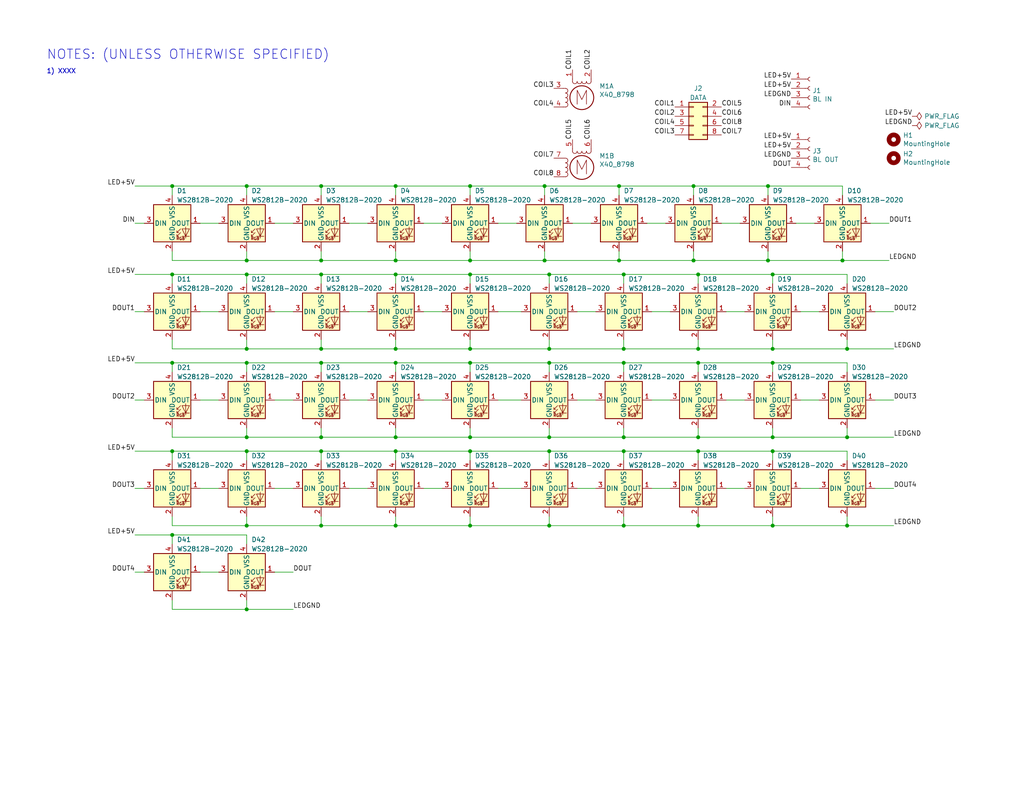
<source format=kicad_sch>
(kicad_sch (version 20211123) (generator eeschema)
  (paper "A")
  (title_block (title "DUAL NEEDLE GAUGE") (date "2021-11-06") (rev "1") (company "www.OpenHornet.com") (comment 1 "CC BY-NC-SA"))
  (lib_symbols
    (symbol "Connector:Conn_01x04_Female" (pin_names (offset 1.016) hide)
      (property "Reference" "J" (at 0 5.08 0))
      (property "Value" "Conn_01x04_Female" (at 0 -7.62 0))
      (symbol "Conn_01x04_Female_1_1"
        (arc (start 0 -4.572) (mid -0.508 -5.08) (end 0 -5.588) (stroke (width 0.1524)))
        (arc (start 0 -2.032) (mid -0.508 -2.54) (end 0 -3.048) (stroke (width 0.1524)))
        (polyline (pts (xy -1.27 -5.08) (xy -0.508 -5.08)) (stroke (width 0.1524)))
        (polyline (pts (xy -1.27 -2.54) (xy -0.508 -2.54)) (stroke (width 0.1524)))
        (polyline (pts (xy -1.27 0) (xy -0.508 0)) (stroke (width 0.1524)))
        (polyline (pts (xy -1.27 2.54) (xy -0.508 2.54)) (stroke (width 0.1524)))
        (arc (start 0 0.508) (mid -0.508 0) (end 0 -0.508) (stroke (width 0.1524)))
        (arc (start 0 3.048) (mid -0.508 2.54) (end 0 2.032) (stroke (width 0.1524)))
        (pin passive line (at -5.08 2.54 0) (length 3.81) (name "Pin_1") (number "1"))
        (pin passive line (at -5.08 0 0) (length 3.81) (name "Pin_2") (number "2"))
        (pin passive line (at -5.08 -2.54 0) (length 3.81) (name "Pin_3") (number "3"))
        (pin passive line (at -5.08 -5.08 0) (length 3.81) (name "Pin_4") (number "4"))
      )
    )
    (symbol "Connector_Generic:Conn_02x04_Odd_Even" (pin_names (offset 1.016) hide)
      (property "Reference" "J" (at 1.27 5.08 0))
      (property "Value" "Conn_02x04_Odd_Even" (at 1.27 -7.62 0))
      (symbol "Conn_02x04_Odd_Even_1_1"
        (rectangle (start -1.27 -4.953) (end 0 -5.207) (stroke (width 0.1524)))
        (rectangle (start -1.27 -2.413) (end 0 -2.667) (stroke (width 0.1524)))
        (rectangle (start -1.27 0.127) (end 0 -0.127) (stroke (width 0.1524)))
        (rectangle (start -1.27 2.667) (end 0 2.413) (stroke (width 0.1524)))
        (rectangle (start -1.27 3.81) (end 3.81 -6.35) (stroke (width 0.254)) (fill (type background)))
        (rectangle (start 3.81 -4.953) (end 2.54 -5.207) (stroke (width 0.1524)))
        (rectangle (start 3.81 -2.413) (end 2.54 -2.667) (stroke (width 0.1524)))
        (rectangle (start 3.81 0.127) (end 2.54 -0.127) (stroke (width 0.1524)))
        (rectangle (start 3.81 2.667) (end 2.54 2.413) (stroke (width 0.1524)))
        (pin passive line (at -5.08 2.54 0) (length 3.81) (name "Pin_1") (number "1"))
        (pin passive line (at 7.62 2.54 180) (length 3.81) (name "Pin_2") (number "2"))
        (pin passive line (at -5.08 0 0) (length 3.81) (name "Pin_3") (number "3"))
        (pin passive line (at 7.62 0 180) (length 3.81) (name "Pin_4") (number "4"))
        (pin passive line (at -5.08 -2.54 0) (length 3.81) (name "Pin_5") (number "5"))
        (pin passive line (at 7.62 -2.54 180) (length 3.81) (name "Pin_6") (number "6"))
        (pin passive line (at -5.08 -5.08 0) (length 3.81) (name "Pin_7") (number "7"))
        (pin passive line (at 7.62 -5.08 180) (length 3.81) (name "Pin_8") (number "8"))
      )
    )
    (symbol "KiCadCustomLib:WS2812B-2020" (pin_names (offset 0.254))
      (property "Reference" "D" (at 5.08 5.715 0))
      (property "Value" "WS2812B-2020" (at 1.27 -5.715 0))
      (symbol "WS2812B-2020_0_0"
        (text "RGB" (at 2.286 -4.191 0) (effects (font (size 0.762 0.762))))
      )
      (symbol "WS2812B-2020_0_1"
        (polyline (pts (xy 1.27 -3.556) (xy 1.778 -3.556)))
        (polyline (pts (xy 1.27 -2.54) (xy 1.778 -2.54)))
        (polyline (pts (xy 4.699 -3.556) (xy 2.667 -3.556)))
        (polyline (pts (xy 2.286 -2.54) (xy 1.27 -3.556) (xy 1.27 -3.048)))
        (polyline (pts (xy 2.286 -1.524) (xy 1.27 -2.54) (xy 1.27 -2.032)))
        (polyline (pts (xy 3.683 -1.016) (xy 3.683 -3.556) (xy 3.683 -4.064)))
        (polyline (pts (xy 4.699 -1.524) (xy 2.667 -1.524) (xy 3.683 -3.556) (xy 4.699 -1.524)))
        (rectangle (start 5.08 5.08) (end -5.08 -5.08) (stroke (width 0.254)) (fill (type background)))
      )
      (symbol "WS2812B-2020_1_1"
        (pin output line (at 7.62 0 180) (length 2.54) (name "DOUT") (number "1"))
        (pin power_in line (at 0 -7.62 90) (length 2.54) (name "GND") (number "2"))
        (pin input line (at -7.62 0 0) (length 2.54) (name "DIN") (number "3"))
        (pin power_in line (at 0 7.62 270) (length 2.54) (name "VSS") (number "4"))
      )
    )
    (symbol "KiCadCustomLib:X40_8798" (pin_names (offset 0) hide)
      (property "Reference" "M" (at 3.81 2.54 0))
      (property "Value" "X40_8798" (at 3.81 1.27 0))
      (symbol "X40_8798_0_0"
        (polyline (pts (xy -1.27 -1.778) (xy -1.27 2.032) (xy 0 -0.508) (xy 1.27 2.032) (xy 1.27 -1.778)))
      )
      (symbol "X40_8798_0_1"
        (arc (start -4.445 -2.54) (mid -3.81 -1.905) (end -4.445 -1.27))
        (arc (start -4.445 -1.27) (mid -3.81 -0.635) (end -4.445 0))
        (arc (start -4.445 0) (mid -3.81 0.635) (end -4.445 1.27))
        (arc (start -4.445 1.27) (mid -3.81 1.905) (end -4.445 2.54))
        (arc (start -2.54 4.445) (mid -1.905 3.81) (end -1.27 4.445))
        (arc (start -1.27 4.445) (mid -0.635 3.81) (end 0 4.445))
        (polyline (pts (xy -5.08 -2.54) (xy -4.445 -2.54)))
        (polyline (pts (xy -5.08 2.54) (xy -4.445 2.54)))
        (polyline (pts (xy -2.54 5.08) (xy -2.54 4.445)))
        (polyline (pts (xy 2.54 5.08) (xy 2.54 4.445)))
        (circle (center 0 0) (radius 3.2512) (stroke (width 0.254)))
        (arc (start 0 4.445) (mid 0.635 3.81) (end 1.27 4.445))
        (arc (start 1.27 4.445) (mid 1.905 3.81) (end 2.54 4.445))
      )
      (symbol "X40_8798_1_1"
        (pin passive line (at -2.54 7.62 270) (length 2.54) (name "~") (number "1"))
        (pin passive line (at 2.54 7.62 270) (length 2.54) (name "-") (number "2"))
        (pin passive line (at -7.62 2.54 0) (length 2.54) (name "~") (number "3"))
        (pin passive line (at -7.62 -2.54 0) (length 2.54) (name "~") (number "4"))
      )
      (symbol "X40_8798_2_1"
        (pin passive line (at -2.54 7.62 270) (length 2.54) (name "~") (number "5"))
        (pin passive line (at 2.54 7.62 270) (length 2.54) (name "-") (number "6"))
        (pin passive line (at -7.62 2.54 0) (length 2.54) (name "~") (number "7"))
        (pin passive line (at -7.62 -2.54 0) (length 2.54) (name "~") (number "8"))
      )
    )
    (symbol "Mechanical:MountingHole" (pin_names (offset 1.016))
      (property "Reference" "H" (at 0 5.08 0))
      (property "Value" "MountingHole" (at 0 3.175 0))
      (symbol "MountingHole_0_1"
        (circle (center 0 0) (radius 1.27) (stroke (width 1.27)))
      )
    )
    (symbol "power:PWR_FLAG" (power) (pin_numbers hide) (pin_names (offset 0) hide)
      (property "Value" "PWR_FLAG" (at 0 3.81 0))
      (symbol "PWR_FLAG_0_0"
        (pin power_out line (at 0 0 90) (length 0) (name "pwr") (number "1"))
      )
      (symbol "PWR_FLAG_0_1"
        (polyline (pts (xy 0 0) (xy 0 1.27) (xy -1.016 1.905) (xy 0 2.54) (xy 1.016 1.905) (xy 0 1.27)))
      )
    )
  )
  (junction (at 128.27 123.19))
  (junction (at 170.18 143.51))
  (junction (at 149.86 95.25))
  (junction (at 87.63 119.38))
  (junction (at 229.87 71.12))
  (junction (at 107.95 99.06))
  (junction (at 46.99 146.05))
  (junction (at 128.27 71.12))
  (junction (at 149.86 74.93))
  (junction (at 87.63 143.51))
  (junction (at 87.63 50.8))
  (junction (at 87.63 95.25))
  (junction (at 209.55 50.8))
  (junction (at 148.59 71.12))
  (junction (at 107.95 143.51))
  (junction (at 148.59 50.8))
  (junction (at 231.14 143.51))
  (junction (at 190.5 143.51))
  (junction (at 107.95 50.8))
  (junction (at 149.86 99.06))
  (junction (at 149.86 143.51))
  (junction (at 149.86 123.19))
  (junction (at 67.31 99.06))
  (junction (at 87.63 123.19))
  (junction (at 190.5 123.19))
  (junction (at 189.23 50.8))
  (junction (at 190.5 99.06))
  (junction (at 170.18 119.38))
  (junction (at 128.27 143.51))
  (junction (at 67.31 119.38))
  (junction (at 67.31 166.37))
  (junction (at 210.82 123.19))
  (junction (at 190.5 119.38))
  (junction (at 190.5 74.93))
  (junction (at 46.99 123.19))
  (junction (at 231.14 119.38))
  (junction (at 168.91 71.12))
  (junction (at 46.99 99.06))
  (junction (at 128.27 74.93))
  (junction (at 67.31 123.19))
  (junction (at 67.31 50.8))
  (junction (at 46.99 74.93))
  (junction (at 170.18 123.19))
  (junction (at 107.95 123.19))
  (junction (at 190.5 95.25))
  (junction (at 170.18 74.93))
  (junction (at 210.82 74.93))
  (junction (at 87.63 99.06))
  (junction (at 170.18 99.06))
  (junction (at 67.31 95.25))
  (junction (at 210.82 95.25))
  (junction (at 67.31 143.51))
  (junction (at 210.82 119.38))
  (junction (at 149.86 119.38))
  (junction (at 107.95 119.38))
  (junction (at 189.23 71.12))
  (junction (at 210.82 99.06))
  (junction (at 209.55 71.12))
  (junction (at 128.27 95.25))
  (junction (at 87.63 74.93))
  (junction (at 170.18 95.25))
  (junction (at 87.63 71.12))
  (junction (at 128.27 99.06))
  (junction (at 107.95 71.12))
  (junction (at 128.27 50.8))
  (junction (at 168.91 50.8))
  (junction (at 231.14 95.25))
  (junction (at 67.31 71.12))
  (junction (at 107.95 95.25))
  (junction (at 128.27 119.38))
  (junction (at 210.82 143.51))
  (junction (at 46.99 50.8))
  (junction (at 67.31 74.93))
  (junction (at 107.95 74.93))
  (wire (pts (xy 231.14 116.84) (xy 231.14 119.38)))
  (wire (pts (xy 231.14 101.6) (xy 231.14 99.06)))
  (wire (pts (xy 168.91 71.12) (xy 189.23 71.12)))
  (wire (pts (xy 46.99 146.05) (xy 36.83 146.05)))
  (wire (pts (xy 231.14 95.25) (xy 243.84 95.25)))
  (wire (pts (xy 229.87 68.58) (xy 229.87 71.12)))
  (wire (pts (xy 170.18 116.84) (xy 170.18 119.38)))
  (wire (pts (xy 190.5 95.25) (xy 210.82 95.25)))
  (wire (pts (xy 209.55 50.8) (xy 229.87 50.8)))
  (wire (pts (xy 46.99 140.97) (xy 46.99 143.51)))
  (wire (pts (xy 128.27 68.58) (xy 128.27 71.12)))
  (wire (pts (xy 39.37 109.22) (xy 36.83 109.22)))
  (wire (pts (xy 95.25 60.96) (xy 100.33 60.96)))
  (wire (pts (xy 149.86 95.25) (xy 170.18 95.25)))
  (wire (pts (xy 107.95 140.97) (xy 107.95 143.51)))
  (wire (pts (xy 46.99 71.12) (xy 67.31 71.12)))
  (wire (pts (xy 190.5 74.93) (xy 210.82 74.93)))
  (wire (pts (xy 107.95 119.38) (xy 128.27 119.38)))
  (wire (pts (xy 177.8 109.22) (xy 182.88 109.22)))
  (wire (pts (xy 128.27 71.12) (xy 148.59 71.12)))
  (wire (pts (xy 67.31 140.97) (xy 67.31 143.51)))
  (wire (pts (xy 74.93 109.22) (xy 80.01 109.22)))
  (wire (pts (xy 46.99 101.6) (xy 46.99 99.06)))
  (wire (pts (xy 168.91 53.34) (xy 168.91 50.8)))
  (wire (pts (xy 115.57 109.22) (xy 120.65 109.22)))
  (wire (pts (xy 46.99 74.93) (xy 36.83 74.93)))
  (wire (pts (xy 231.14 119.38) (xy 243.84 119.38)))
  (wire (pts (xy 87.63 71.12) (xy 107.95 71.12)))
  (wire (pts (xy 115.57 85.09) (xy 120.65 85.09)))
  (wire (pts (xy 210.82 119.38) (xy 231.14 119.38)))
  (wire (pts (xy 190.5 143.51) (xy 210.82 143.51)))
  (wire (pts (xy 67.31 125.73) (xy 67.31 123.19)))
  (wire (pts (xy 149.86 92.71) (xy 149.86 95.25)))
  (wire (pts (xy 74.93 156.21) (xy 80.01 156.21)))
  (wire (pts (xy 229.87 53.34) (xy 229.87 50.8)))
  (wire (pts (xy 67.31 148.59) (xy 67.31 146.05)))
  (wire (pts (xy 67.31 95.25) (xy 87.63 95.25)))
  (wire (pts (xy 67.31 53.34) (xy 67.31 50.8)))
  (wire (pts (xy 198.12 133.35) (xy 203.2 133.35)))
  (wire (pts (xy 95.25 109.22) (xy 100.33 109.22)))
  (wire (pts (xy 39.37 133.35) (xy 36.83 133.35)))
  (wire (pts (xy 54.61 60.96) (xy 59.69 60.96)))
  (wire (pts (xy 142.24 133.35) (xy 135.89 133.35)))
  (wire (pts (xy 46.99 119.38) (xy 67.31 119.38)))
  (wire (pts (xy 231.14 125.73) (xy 231.14 123.19)))
  (wire (pts (xy 190.5 119.38) (xy 210.82 119.38)))
  (wire (pts (xy 46.99 74.93) (xy 67.31 74.93)))
  (wire (pts (xy 80.01 166.37) (xy 67.31 166.37)))
  (wire (pts (xy 190.5 77.47) (xy 190.5 74.93)))
  (wire (pts (xy 149.86 125.73) (xy 149.86 123.19)))
  (wire (pts (xy 149.86 143.51) (xy 170.18 143.51)))
  (wire (pts (xy 67.31 163.83) (xy 67.31 166.37)))
  (wire (pts (xy 54.61 85.09) (xy 59.69 85.09)))
  (wire (pts (xy 190.5 116.84) (xy 190.5 119.38)))
  (wire (pts (xy 95.25 133.35) (xy 100.33 133.35)))
  (wire (pts (xy 107.95 95.25) (xy 128.27 95.25)))
  (wire (pts (xy 87.63 95.25) (xy 107.95 95.25)))
  (wire (pts (xy 46.99 50.8) (xy 67.31 50.8)))
  (wire (pts (xy 231.14 92.71) (xy 231.14 95.25)))
  (wire (pts (xy 107.95 116.84) (xy 107.95 119.38)))
  (wire (pts (xy 237.49 60.96) (xy 242.57 60.96)))
  (wire (pts (xy 39.37 85.09) (xy 36.83 85.09)))
  (wire (pts (xy 67.31 99.06) (xy 87.63 99.06)))
  (wire (pts (xy 190.5 101.6) (xy 190.5 99.06)))
  (wire (pts (xy 46.99 146.05) (xy 67.31 146.05)))
  (wire (pts (xy 87.63 77.47) (xy 87.63 74.93)))
  (wire (pts (xy 156.21 60.96) (xy 161.29 60.96)))
  (wire (pts (xy 210.82 125.73) (xy 210.82 123.19)))
  (wire (pts (xy 107.95 125.73) (xy 107.95 123.19)))
  (wire (pts (xy 210.82 77.47) (xy 210.82 74.93)))
  (wire (pts (xy 128.27 143.51) (xy 149.86 143.51)))
  (wire (pts (xy 210.82 143.51) (xy 231.14 143.51)))
  (wire (pts (xy 210.82 95.25) (xy 231.14 95.25)))
  (wire (pts (xy 46.99 99.06) (xy 67.31 99.06)))
  (wire (pts (xy 198.12 109.22) (xy 203.2 109.22)))
  (wire (pts (xy 189.23 71.12) (xy 209.55 71.12)))
  (wire (pts (xy 149.86 119.38) (xy 170.18 119.38)))
  (wire (pts (xy 170.18 123.19) (xy 190.5 123.19)))
  (wire (pts (xy 87.63 140.97) (xy 87.63 143.51)))
  (wire (pts (xy 46.99 125.73) (xy 46.99 123.19)))
  (wire (pts (xy 176.53 60.96) (xy 181.61 60.96)))
  (wire (pts (xy 231.14 77.47) (xy 231.14 74.93)))
  (wire (pts (xy 128.27 119.38) (xy 149.86 119.38)))
  (wire (pts (xy 67.31 68.58) (xy 67.31 71.12)))
  (wire (pts (xy 67.31 143.51) (xy 87.63 143.51)))
  (wire (pts (xy 149.86 74.93) (xy 170.18 74.93)))
  (wire (pts (xy 190.5 140.97) (xy 190.5 143.51)))
  (wire (pts (xy 67.31 74.93) (xy 87.63 74.93)))
  (wire (pts (xy 189.23 53.34) (xy 189.23 50.8)))
  (wire (pts (xy 87.63 143.51) (xy 107.95 143.51)))
  (wire (pts (xy 115.57 133.35) (xy 120.65 133.35)))
  (wire (pts (xy 67.31 77.47) (xy 67.31 74.93)))
  (wire (pts (xy 148.59 68.58) (xy 148.59 71.12)))
  (wire (pts (xy 46.99 163.83) (xy 46.99 166.37)))
  (wire (pts (xy 209.55 71.12) (xy 229.87 71.12)))
  (wire (pts (xy 107.95 101.6) (xy 107.95 99.06)))
  (wire (pts (xy 210.82 74.93) (xy 231.14 74.93)))
  (wire (pts (xy 168.91 50.8) (xy 189.23 50.8)))
  (wire (pts (xy 210.82 123.19) (xy 231.14 123.19)))
  (wire (pts (xy 107.95 50.8) (xy 128.27 50.8)))
  (wire (pts (xy 87.63 68.58) (xy 87.63 71.12)))
  (wire (pts (xy 210.82 92.71) (xy 210.82 95.25)))
  (wire (pts (xy 115.57 60.96) (xy 120.65 60.96)))
  (wire (pts (xy 170.18 92.71) (xy 170.18 95.25)))
  (wire (pts (xy 177.8 133.35) (xy 182.88 133.35)))
  (wire (pts (xy 128.27 74.93) (xy 149.86 74.93)))
  (wire (pts (xy 128.27 92.71) (xy 128.27 95.25)))
  (wire (pts (xy 46.99 99.06) (xy 36.83 99.06)))
  (wire (pts (xy 74.93 60.96) (xy 80.01 60.96)))
  (wire (pts (xy 231.14 140.97) (xy 231.14 143.51)))
  (wire (pts (xy 170.18 140.97) (xy 170.18 143.51)))
  (wire (pts (xy 128.27 101.6) (xy 128.27 99.06)))
  (wire (pts (xy 217.17 60.96) (xy 222.25 60.96)))
  (wire (pts (xy 196.85 60.96) (xy 201.93 60.96)))
  (wire (pts (xy 128.27 140.97) (xy 128.27 143.51)))
  (wire (pts (xy 46.99 123.19) (xy 36.83 123.19)))
  (wire (pts (xy 210.82 101.6) (xy 210.82 99.06)))
  (wire (pts (xy 149.86 99.06) (xy 170.18 99.06)))
  (wire (pts (xy 107.95 123.19) (xy 128.27 123.19)))
  (wire (pts (xy 67.31 123.19) (xy 87.63 123.19)))
  (wire (pts (xy 107.95 77.47) (xy 107.95 74.93)))
  (wire (pts (xy 238.76 133.35) (xy 243.84 133.35)))
  (wire (pts (xy 190.5 125.73) (xy 190.5 123.19)))
  (wire (pts (xy 107.95 71.12) (xy 128.27 71.12)))
  (wire (pts (xy 46.99 50.8) (xy 36.83 50.8)))
  (wire (pts (xy 128.27 123.19) (xy 149.86 123.19)))
  (wire (pts (xy 148.59 50.8) (xy 168.91 50.8)))
  (wire (pts (xy 149.86 101.6) (xy 149.86 99.06)))
  (wire (pts (xy 170.18 119.38) (xy 190.5 119.38)))
  (wire (pts (xy 107.95 143.51) (xy 128.27 143.51)))
  (wire (pts (xy 46.99 123.19) (xy 67.31 123.19)))
  (wire (pts (xy 149.86 77.47) (xy 149.86 74.93)))
  (wire (pts (xy 157.48 109.22) (xy 162.56 109.22)))
  (wire (pts (xy 87.63 99.06) (xy 107.95 99.06)))
  (wire (pts (xy 170.18 77.47) (xy 170.18 74.93)))
  (wire (pts (xy 87.63 123.19) (xy 107.95 123.19)))
  (wire (pts (xy 170.18 95.25) (xy 190.5 95.25)))
  (wire (pts (xy 67.31 71.12) (xy 87.63 71.12)))
  (wire (pts (xy 54.61 156.21) (xy 59.69 156.21)))
  (wire (pts (xy 168.91 68.58) (xy 168.91 71.12)))
  (wire (pts (xy 238.76 109.22) (xy 243.84 109.22)))
  (wire (pts (xy 46.99 92.71) (xy 46.99 95.25)))
  (wire (pts (xy 209.55 68.58) (xy 209.55 71.12)))
  (wire (pts (xy 46.99 166.37) (xy 67.31 166.37)))
  (wire (pts (xy 177.8 85.09) (xy 182.88 85.09)))
  (wire (pts (xy 190.5 99.06) (xy 210.82 99.06)))
  (wire (pts (xy 128.27 116.84) (xy 128.27 119.38)))
  (wire (pts (xy 107.95 99.06) (xy 128.27 99.06)))
  (wire (pts (xy 149.86 140.97) (xy 149.86 143.51)))
  (wire (pts (xy 95.25 85.09) (xy 100.33 85.09)))
  (wire (pts (xy 210.82 116.84) (xy 210.82 119.38)))
  (wire (pts (xy 128.27 125.73) (xy 128.27 123.19)))
  (wire (pts (xy 189.23 68.58) (xy 189.23 71.12)))
  (wire (pts (xy 67.31 116.84) (xy 67.31 119.38)))
  (wire (pts (xy 128.27 99.06) (xy 149.86 99.06)))
  (wire (pts (xy 54.61 109.22) (xy 59.69 109.22)))
  (wire (pts (xy 190.5 123.19) (xy 210.82 123.19)))
  (wire (pts (xy 198.12 85.09) (xy 203.2 85.09)))
  (wire (pts (xy 218.44 109.22) (xy 223.52 109.22)))
  (wire (pts (xy 87.63 125.73) (xy 87.63 123.19)))
  (wire (pts (xy 238.76 85.09) (xy 243.84 85.09)))
  (wire (pts (xy 74.93 133.35) (xy 80.01 133.35)))
  (wire (pts (xy 87.63 74.93) (xy 107.95 74.93)))
  (wire (pts (xy 210.82 140.97) (xy 210.82 143.51)))
  (wire (pts (xy 231.14 143.51) (xy 243.84 143.51)))
  (wire (pts (xy 87.63 119.38) (xy 107.95 119.38)))
  (wire (pts (xy 148.59 71.12) (xy 168.91 71.12)))
  (wire (pts (xy 39.37 60.96) (xy 36.83 60.96)))
  (wire (pts (xy 67.31 119.38) (xy 87.63 119.38)))
  (wire (pts (xy 87.63 50.8) (xy 107.95 50.8)))
  (wire (pts (xy 170.18 125.73) (xy 170.18 123.19)))
  (wire (pts (xy 149.86 116.84) (xy 149.86 119.38)))
  (wire (pts (xy 67.31 50.8) (xy 87.63 50.8)))
  (wire (pts (xy 87.63 101.6) (xy 87.63 99.06)))
  (wire (pts (xy 67.31 101.6) (xy 67.31 99.06)))
  (wire (pts (xy 87.63 53.34) (xy 87.63 50.8)))
  (wire (pts (xy 46.99 77.47) (xy 46.99 74.93)))
  (wire (pts (xy 74.93 85.09) (xy 80.01 85.09)))
  (wire (pts (xy 189.23 50.8) (xy 209.55 50.8)))
  (wire (pts (xy 170.18 74.93) (xy 190.5 74.93)))
  (wire (pts (xy 218.44 85.09) (xy 223.52 85.09)))
  (wire (pts (xy 87.63 116.84) (xy 87.63 119.38)))
  (wire (pts (xy 229.87 71.12) (xy 242.57 71.12)))
  (wire (pts (xy 87.63 92.71) (xy 87.63 95.25)))
  (wire (pts (xy 107.95 53.34) (xy 107.95 50.8)))
  (wire (pts (xy 170.18 101.6) (xy 170.18 99.06)))
  (wire (pts (xy 170.18 99.06) (xy 190.5 99.06)))
  (wire (pts (xy 142.24 109.22) (xy 135.89 109.22)))
  (wire (pts (xy 46.99 95.25) (xy 67.31 95.25)))
  (wire (pts (xy 209.55 53.34) (xy 209.55 50.8)))
  (wire (pts (xy 128.27 77.47) (xy 128.27 74.93)))
  (wire (pts (xy 128.27 53.34) (xy 128.27 50.8)))
  (wire (pts (xy 46.99 68.58) (xy 46.99 71.12)))
  (wire (pts (xy 54.61 133.35) (xy 59.69 133.35)))
  (wire (pts (xy 107.95 68.58) (xy 107.95 71.12)))
  (wire (pts (xy 46.99 116.84) (xy 46.99 119.38)))
  (wire (pts (xy 135.89 60.96) (xy 140.97 60.96)))
  (wire (pts (xy 128.27 95.25) (xy 149.86 95.25)))
  (wire (pts (xy 128.27 50.8) (xy 148.59 50.8)))
  (wire (pts (xy 157.48 85.09) (xy 162.56 85.09)))
  (wire (pts (xy 39.37 156.21) (xy 36.83 156.21)))
  (wire (pts (xy 218.44 133.35) (xy 223.52 133.35)))
  (wire (pts (xy 148.59 53.34) (xy 148.59 50.8)))
  (wire (pts (xy 135.89 85.09) (xy 142.24 85.09)))
  (wire (pts (xy 107.95 74.93) (xy 128.27 74.93)))
  (wire (pts (xy 46.99 53.34) (xy 46.99 50.8)))
  (wire (pts (xy 46.99 148.59) (xy 46.99 146.05)))
  (wire (pts (xy 67.31 92.71) (xy 67.31 95.25)))
  (wire (pts (xy 149.86 123.19) (xy 170.18 123.19)))
  (wire (pts (xy 210.82 99.06) (xy 231.14 99.06)))
  (wire (pts (xy 170.18 143.51) (xy 190.5 143.51)))
  (wire (pts (xy 107.95 92.71) (xy 107.95 95.25)))
  (wire (pts (xy 46.99 143.51) (xy 67.31 143.51)))
  (wire (pts (xy 190.5 92.71) (xy 190.5 95.25)))
  (wire (pts (xy 157.48 133.35) (xy 162.56 133.35)))
  (text "1) XXXX" (at 12.7 20.32 0) (effects (font (size 1.27 1.27)) (justify left bottom)))
  (text "1) XXXX" (at 12.7 20.32 0) (effects (font (size 1.27 1.27)) (justify left bottom)))
  (text "NOTES: (UNLESS OTHERWISE SPECIFIED)" (at 12.7 16.51 0) (effects (font (size 2.54 2.54)) (justify left bottom)))
  (label "COIL3" (at 151.13 24.13 180))
  (label "LEDGND" (at 243.84 143.51 0))
  (label "DOUT" (at 80.01 156.21 0))
  (label "DOUT" (at 215.9 45.72 180))
  (label "COIL4" (at 184.15 34.29 180))
  (label "COIL3" (at 184.15 36.83 180))
  (label "LED+5V" (at 36.83 50.8 180))
  (label "COIL1" (at 184.15 29.21 180))
  (label "LED+5V" (at 215.9 21.59 180))
  (label "COIL8" (at 151.13 48.26 180))
  (label "LED+5V" (at 36.83 74.93 180))
  (label "LED+5V" (at 248.92 31.75 180))
  (label "DIN" (at 36.83 60.96 180))
  (label "LEDGND" (at 243.84 95.25 0))
  (label "COIL1" (at 156.21 19.05 90))
  (label "DIN" (at 215.9 29.21 180))
  (label "DOUT4" (at 36.83 156.21 180))
  (label "LEDGND" (at 80.01 166.37 0))
  (label "COIL8" (at 196.85 34.29 0))
  (label "DOUT3" (at 243.84 109.22 0))
  (label "COIL6" (at 161.29 38.1 90))
  (label "LEDGND" (at 248.92 34.29 180))
  (label "COIL5" (at 156.21 38.1 90))
  (label "LED+5V" (at 36.83 99.06 180))
  (label "COIL5" (at 196.85 29.21 0))
  (label "COIL2" (at 184.15 31.75 180))
  (label "COIL4" (at 151.13 29.21 180))
  (label "LED+5V" (at 36.83 123.19 180))
  (label "COIL7" (at 151.13 43.18 180))
  (label "COIL6" (at 196.85 31.75 0))
  (label "LEDGND" (at 215.9 43.18 180))
  (label "DOUT3" (at 36.83 133.35 180))
  (label "DOUT1" (at 242.57 60.96 0))
  (label "LED+5V" (at 215.9 24.13 180))
  (label "LED+5V" (at 215.9 38.1 180))
  (label "COIL7" (at 196.85 36.83 0))
  (label "DOUT2" (at 243.84 85.09 0))
  (label "LEDGND" (at 215.9 26.67 180))
  (label "LED+5V" (at 215.9 40.64 180))
  (label "DOUT2" (at 36.83 109.22 180))
  (label "DOUT4" (at 243.84 133.35 0))
  (label "COIL2" (at 161.29 19.05 90))
  (label "LEDGND" (at 243.84 119.38 0))
  (label "DOUT1" (at 36.83 85.09 180))
  (label "LEDGND" (at 242.57 71.12 0))
  (label "LED+5V" (at 36.83 146.05 180))
  (symbol (lib_id "Connector:Conn_01x04_Female") (at 220.98 24.13 0) (unit 1)
    (property "Reference" "J1" (at 221.6912 24.7396 0) (effects (justify left)))
    (property "Value" "BL IN" (at 221.6912 27.051 0) (effects (justify left)))
    (property "Footprint" "Connector_Molex:Molex_Mini-Fit_Jr_5566-04A_2x02_P4.20mm_Vertical" (effects hide))
  )
  (symbol (lib_id "Connector:Conn_01x04_Female") (at 220.98 40.64 0) (unit 1)
    (property "Reference" "J3" (at 221.6912 41.2496 0) (effects (justify left)))
    (property "Value" "BL OUT" (at 221.6912 43.561 0) (effects (justify left)))
    (property "Footprint" "Connector_Molex:Molex_Mini-Fit_Jr_5566-04A_2x02_P4.20mm_Vertical" (effects hide))
  )
  (symbol (lib_id "Connector_Generic:Conn_02x04_Odd_Even") (at 189.23 31.75 0) (unit 1)
    (property "Reference" "J2" (at 190.5 24.13 0))
    (property "Value" "DATA" (at 190.5 26.67 0))
    (property "Footprint" "Connector_PinHeader_2.54mm:PinHeader_2x04_P2.54mm_Vertical" (effects hide))
  )
  (symbol (lib_id "KiCadCustomLib:X40_8798") (at 158.75 26.67 0) (unit 1)
    (property "Reference" "M1" (at 163.5252 23.5204 0) (effects (justify left)))
    (property "Value" "X40_8798" (at 163.5252 25.8318 0) (effects (justify left)))
    (property "Footprint" "KiCAD Libraries:x40_8798" (effects hide))
    (property "Datasheet" "https://www.jukenswisstech.com/JSTFiles/downloads/2011/03/X40_Flyer_v1.1.pdf" (effects hide))
  )
  (symbol (lib_id "KiCadCustomLib:X40_8798") (at 158.75 45.72 0) (unit 2)
    (property "Reference" "M1" (at 163.5252 42.5704 0) (effects (justify left)))
    (property "Value" "X40_8798" (at 163.5252 44.8818 0) (effects (justify left)))
    (property "Footprint" "KiCAD Libraries:x40_8798" (effects hide))
    (property "Datasheet" "https://www.jukenswisstech.com/JSTFiles/downloads/2011/03/X40_Flyer_v1.1.pdf" (effects hide))
  )
  (symbol (lib_id "KiCadCustomLib:WS2812B-2020") (at 46.99 60.96 0) (unit 1)
    (property "Reference" "D1" (at 48.26 52.07 0) (effects (justify left)))
    (property "Value" "WS2812B-2020" (at 48.26 54.61 0) (effects (justify left)))
    (property "Footprint" "Openhornet:WS2812-2020" (effects hide))
    (property "Datasheet" "https://www.mouser.com/pdfDocs/WS2812B-2020_V10_EN_181106150240761.pdf" (effects hide))
    (property "LCSC" "C965555" (effects hide))
  )
  (symbol (lib_id "KiCadCustomLib:WS2812B-2020") (at 67.31 60.96 0) (unit 1)
    (property "Reference" "D2" (at 68.58 52.07 0) (effects (justify left)))
    (property "Value" "WS2812B-2020" (at 68.58 54.61 0) (effects (justify left)))
    (property "Footprint" "Openhornet:WS2812-2020" (effects hide))
    (property "Datasheet" "https://www.mouser.com/pdfDocs/WS2812B-2020_V10_EN_181106150240761.pdf" (effects hide))
    (property "LCSC" "C965555" (effects hide))
  )
  (symbol (lib_id "KiCadCustomLib:WS2812B-2020") (at 87.63 60.96 0) (unit 1)
    (property "Reference" "D3" (at 88.9 52.07 0) (effects (justify left)))
    (property "Value" "WS2812B-2020" (at 88.9 54.61 0) (effects (justify left)))
    (property "Footprint" "Openhornet:WS2812-2020" (effects hide))
    (property "Datasheet" "https://www.mouser.com/pdfDocs/WS2812B-2020_V10_EN_181106150240761.pdf" (effects hide))
    (property "LCSC" "C965555" (effects hide))
  )
  (symbol (lib_id "KiCadCustomLib:WS2812B-2020") (at 107.95 60.96 0) (unit 1)
    (property "Reference" "D4" (at 109.22 52.07 0) (effects (justify left)))
    (property "Value" "WS2812B-2020" (at 109.22 54.61 0) (effects (justify left)))
    (property "Footprint" "Openhornet:WS2812-2020" (effects hide))
    (property "Datasheet" "https://www.mouser.com/pdfDocs/WS2812B-2020_V10_EN_181106150240761.pdf" (effects hide))
    (property "LCSC" "C965555" (effects hide))
  )
  (symbol (lib_id "KiCadCustomLib:WS2812B-2020") (at 128.27 60.96 0) (unit 1)
    (property "Reference" "D5" (at 129.54 52.07 0) (effects (justify left)))
    (property "Value" "WS2812B-2020" (at 129.54 54.61 0) (effects (justify left)))
    (property "Footprint" "Openhornet:WS2812-2020" (effects hide))
    (property "Datasheet" "https://www.mouser.com/pdfDocs/WS2812B-2020_V10_EN_181106150240761.pdf" (effects hide))
    (property "LCSC" "C965555" (effects hide))
  )
  (symbol (lib_id "KiCadCustomLib:WS2812B-2020") (at 46.99 85.09 0) (unit 1)
    (property "Reference" "D11" (at 48.26 76.2 0) (effects (justify left)))
    (property "Value" "WS2812B-2020" (at 48.26 78.74 0) (effects (justify left)))
    (property "Footprint" "Openhornet:WS2812-2020" (effects hide))
    (property "Datasheet" "https://www.mouser.com/pdfDocs/WS2812B-2020_V10_EN_181106150240761.pdf" (effects hide))
    (property "LCSC" "C965555" (effects hide))
  )
  (symbol (lib_id "KiCadCustomLib:WS2812B-2020") (at 67.31 85.09 0) (unit 1)
    (property "Reference" "D12" (at 68.58 76.2 0) (effects (justify left)))
    (property "Value" "WS2812B-2020" (at 68.58 78.74 0) (effects (justify left)))
    (property "Footprint" "Openhornet:WS2812-2020" (effects hide))
    (property "Datasheet" "https://www.mouser.com/pdfDocs/WS2812B-2020_V10_EN_181106150240761.pdf" (effects hide))
    (property "LCSC" "C965555" (effects hide))
  )
  (symbol (lib_id "KiCadCustomLib:WS2812B-2020") (at 87.63 85.09 0) (unit 1)
    (property "Reference" "D13" (at 88.9 76.2 0) (effects (justify left)))
    (property "Value" "WS2812B-2020" (at 88.9 78.74 0) (effects (justify left)))
    (property "Footprint" "Openhornet:WS2812-2020" (effects hide))
    (property "Datasheet" "https://www.mouser.com/pdfDocs/WS2812B-2020_V10_EN_181106150240761.pdf" (effects hide))
    (property "LCSC" "C965555" (effects hide))
  )
  (symbol (lib_id "KiCadCustomLib:WS2812B-2020") (at 107.95 85.09 0) (unit 1)
    (property "Reference" "D14" (at 109.22 76.2 0) (effects (justify left)))
    (property "Value" "WS2812B-2020" (at 109.22 78.74 0) (effects (justify left)))
    (property "Footprint" "Openhornet:WS2812-2020" (effects hide))
    (property "Datasheet" "https://www.mouser.com/pdfDocs/WS2812B-2020_V10_EN_181106150240761.pdf" (effects hide))
    (property "LCSC" "C965555" (effects hide))
  )
  (symbol (lib_id "KiCadCustomLib:WS2812B-2020") (at 128.27 85.09 0) (unit 1)
    (property "Reference" "D15" (at 129.54 76.2 0) (effects (justify left)))
    (property "Value" "WS2812B-2020" (at 129.54 78.74 0) (effects (justify left)))
    (property "Footprint" "Openhornet:WS2812-2020" (effects hide))
    (property "Datasheet" "https://www.mouser.com/pdfDocs/WS2812B-2020_V10_EN_181106150240761.pdf" (effects hide))
    (property "LCSC" "C965555" (effects hide))
  )
  (symbol (lib_id "KiCadCustomLib:WS2812B-2020") (at 46.99 109.22 0) (unit 1)
    (property "Reference" "D21" (at 48.26 100.33 0) (effects (justify left)))
    (property "Value" "WS2812B-2020" (at 48.26 102.87 0) (effects (justify left)))
    (property "Footprint" "Openhornet:WS2812-2020" (effects hide))
    (property "Datasheet" "https://www.mouser.com/pdfDocs/WS2812B-2020_V10_EN_181106150240761.pdf" (effects hide))
    (property "LCSC" "C965555" (effects hide))
  )
  (symbol (lib_id "KiCadCustomLib:WS2812B-2020") (at 67.31 109.22 0) (unit 1)
    (property "Reference" "D22" (at 68.58 100.33 0) (effects (justify left)))
    (property "Value" "WS2812B-2020" (at 68.58 102.87 0) (effects (justify left)))
    (property "Footprint" "Openhornet:WS2812-2020" (effects hide))
    (property "Datasheet" "https://www.mouser.com/pdfDocs/WS2812B-2020_V10_EN_181106150240761.pdf" (effects hide))
    (property "LCSC" "C965555" (effects hide))
  )
  (symbol (lib_id "KiCadCustomLib:WS2812B-2020") (at 87.63 109.22 0) (unit 1)
    (property "Reference" "D23" (at 88.9 100.33 0) (effects (justify left)))
    (property "Value" "WS2812B-2020" (at 88.9 102.87 0) (effects (justify left)))
    (property "Footprint" "Openhornet:WS2812-2020" (effects hide))
    (property "Datasheet" "https://www.mouser.com/pdfDocs/WS2812B-2020_V10_EN_181106150240761.pdf" (effects hide))
    (property "LCSC" "C965555" (effects hide))
  )
  (symbol (lib_id "KiCadCustomLib:WS2812B-2020") (at 107.95 109.22 0) (unit 1)
    (property "Reference" "D24" (at 109.22 100.33 0) (effects (justify left)))
    (property "Value" "WS2812B-2020" (at 109.22 102.87 0) (effects (justify left)))
    (property "Footprint" "Openhornet:WS2812-2020" (effects hide))
    (property "Datasheet" "https://www.mouser.com/pdfDocs/WS2812B-2020_V10_EN_181106150240761.pdf" (effects hide))
    (property "LCSC" "C965555" (effects hide))
  )
  (symbol (lib_id "KiCadCustomLib:WS2812B-2020") (at 128.27 109.22 0) (unit 1)
    (property "Reference" "D25" (at 129.54 100.33 0) (effects (justify left)))
    (property "Value" "WS2812B-2020" (at 129.54 102.87 0) (effects (justify left)))
    (property "Footprint" "Openhornet:WS2812-2020" (effects hide))
    (property "Datasheet" "https://www.mouser.com/pdfDocs/WS2812B-2020_V10_EN_181106150240761.pdf" (effects hide))
    (property "LCSC" "C965555" (effects hide))
  )
  (symbol (lib_id "power:PWR_FLAG") (at 248.92 31.75 270) (unit 1)
    (property "Reference" "#FLG01" (effects hide))
    (property "Value" "PWR_FLAG" (at 252.1712 31.75 90) (effects (justify left)))
  )
  (symbol (lib_id "power:PWR_FLAG") (at 248.92 34.29 270) (unit 1)
    (property "Reference" "#FLG02" (effects hide))
    (property "Value" "PWR_FLAG" (at 252.1712 34.29 90) (effects (justify left)))
  )
  (symbol (lib_id "Mechanical:MountingHole") (at 243.84 38.1 0) (unit 1)
    (property "Reference" "H1" (at 246.38 36.9316 0) (effects (justify left)))
    (property "Value" "MountingHole" (at 246.38 39.243 0) (effects (justify left)))
    (property "Footprint" "MountingHole:MountingHole_4.5mm" (effects hide))
  )
  (symbol (lib_id "Mechanical:MountingHole") (at 243.84 43.18 0) (unit 1)
    (property "Reference" "H2" (at 246.38 42.0116 0) (effects (justify left)))
    (property "Value" "MountingHole" (at 246.38 44.323 0) (effects (justify left)))
    (property "Footprint" "MountingHole:MountingHole_4.5mm" (effects hide))
  )
  (symbol (lib_id "KiCadCustomLib:WS2812B-2020") (at 148.59 60.96 0) (unit 1)
    (property "Reference" "D6" (at 149.86 52.07 0) (effects (justify left)))
    (property "Value" "WS2812B-2020" (at 149.86 54.61 0) (effects (justify left)))
    (property "Footprint" "Openhornet:WS2812-2020" (effects hide))
    (property "Datasheet" "https://www.mouser.com/pdfDocs/WS2812B-2020_V10_EN_181106150240761.pdf" (effects hide))
    (property "LCSC" "C965555" (effects hide))
  )
  (symbol (lib_id "KiCadCustomLib:WS2812B-2020") (at 168.91 60.96 0) (unit 1)
    (property "Reference" "D7" (at 170.18 52.07 0) (effects (justify left)))
    (property "Value" "WS2812B-2020" (at 170.18 54.61 0) (effects (justify left)))
    (property "Footprint" "Openhornet:WS2812-2020" (effects hide))
    (property "Datasheet" "https://www.mouser.com/pdfDocs/WS2812B-2020_V10_EN_181106150240761.pdf" (effects hide))
    (property "LCSC" "C965555" (effects hide))
  )
  (symbol (lib_id "KiCadCustomLib:WS2812B-2020") (at 189.23 60.96 0) (unit 1)
    (property "Reference" "D8" (at 190.5 52.07 0) (effects (justify left)))
    (property "Value" "WS2812B-2020" (at 190.5 54.61 0) (effects (justify left)))
    (property "Footprint" "Openhornet:WS2812-2020" (effects hide))
    (property "Datasheet" "https://www.mouser.com/pdfDocs/WS2812B-2020_V10_EN_181106150240761.pdf" (effects hide))
    (property "LCSC" "C965555" (effects hide))
  )
  (symbol (lib_id "KiCadCustomLib:WS2812B-2020") (at 209.55 60.96 0) (unit 1)
    (property "Reference" "D9" (at 210.82 52.07 0) (effects (justify left)))
    (property "Value" "WS2812B-2020" (at 210.82 54.61 0) (effects (justify left)))
    (property "Footprint" "Openhornet:WS2812-2020" (effects hide))
    (property "Datasheet" "https://www.mouser.com/pdfDocs/WS2812B-2020_V10_EN_181106150240761.pdf" (effects hide))
    (property "LCSC" "C965555" (effects hide))
  )
  (symbol (lib_id "KiCadCustomLib:WS2812B-2020") (at 229.87 60.96 0) (unit 1)
    (property "Reference" "D10" (at 231.14 52.07 0) (effects (justify left)))
    (property "Value" "WS2812B-2020" (at 231.14 54.61 0) (effects (justify left)))
    (property "Footprint" "Openhornet:WS2812-2020" (effects hide))
    (property "Datasheet" "https://www.mouser.com/pdfDocs/WS2812B-2020_V10_EN_181106150240761.pdf" (effects hide))
    (property "LCSC" "C965555" (effects hide))
  )
  (symbol (lib_id "KiCadCustomLib:WS2812B-2020") (at 149.86 85.09 0) (unit 1)
    (property "Reference" "D16" (at 151.13 76.2 0) (effects (justify left)))
    (property "Value" "WS2812B-2020" (at 151.13 78.74 0) (effects (justify left)))
    (property "Footprint" "Openhornet:WS2812-2020" (effects hide))
    (property "Datasheet" "https://www.mouser.com/pdfDocs/WS2812B-2020_V10_EN_181106150240761.pdf" (effects hide))
    (property "LCSC" "C965555" (effects hide))
  )
  (symbol (lib_id "KiCadCustomLib:WS2812B-2020") (at 170.18 85.09 0) (unit 1)
    (property "Reference" "D17" (at 171.45 76.2 0) (effects (justify left)))
    (property "Value" "WS2812B-2020" (at 171.45 78.74 0) (effects (justify left)))
    (property "Footprint" "Openhornet:WS2812-2020" (effects hide))
    (property "Datasheet" "https://www.mouser.com/pdfDocs/WS2812B-2020_V10_EN_181106150240761.pdf" (effects hide))
    (property "LCSC" "C965555" (effects hide))
  )
  (symbol (lib_id "KiCadCustomLib:WS2812B-2020") (at 190.5 85.09 0) (unit 1)
    (property "Reference" "D18" (at 191.77 76.2 0) (effects (justify left)))
    (property "Value" "WS2812B-2020" (at 191.77 78.74 0) (effects (justify left)))
    (property "Footprint" "Openhornet:WS2812-2020" (effects hide))
    (property "Datasheet" "https://www.mouser.com/pdfDocs/WS2812B-2020_V10_EN_181106150240761.pdf" (effects hide))
    (property "LCSC" "C965555" (effects hide))
  )
  (symbol (lib_id "KiCadCustomLib:WS2812B-2020") (at 210.82 85.09 0) (unit 1)
    (property "Reference" "D19" (at 212.09 76.2 0) (effects (justify left)))
    (property "Value" "WS2812B-2020" (at 212.09 78.74 0) (effects (justify left)))
    (property "Footprint" "Openhornet:WS2812-2020" (effects hide))
    (property "Datasheet" "https://www.mouser.com/pdfDocs/WS2812B-2020_V10_EN_181106150240761.pdf" (effects hide))
    (property "LCSC" "C965555" (effects hide))
  )
  (symbol (lib_id "KiCadCustomLib:WS2812B-2020") (at 231.14 85.09 0) (unit 1)
    (property "Reference" "D20" (at 232.41 76.2 0) (effects (justify left)))
    (property "Value" "WS2812B-2020" (at 232.41 78.74 0) (effects (justify left)))
    (property "Footprint" "Openhornet:WS2812-2020" (effects hide))
    (property "Datasheet" "https://www.mouser.com/pdfDocs/WS2812B-2020_V10_EN_181106150240761.pdf" (effects hide))
    (property "LCSC" "C965555" (effects hide))
  )
  (symbol (lib_id "KiCadCustomLib:WS2812B-2020") (at 149.86 109.22 0) (unit 1)
    (property "Reference" "D26" (at 151.13 100.33 0) (effects (justify left)))
    (property "Value" "WS2812B-2020" (at 151.13 102.87 0) (effects (justify left)))
    (property "Footprint" "Openhornet:WS2812-2020" (effects hide))
    (property "Datasheet" "https://www.mouser.com/pdfDocs/WS2812B-2020_V10_EN_181106150240761.pdf" (effects hide))
    (property "LCSC" "C965555" (effects hide))
  )
  (symbol (lib_id "KiCadCustomLib:WS2812B-2020") (at 170.18 109.22 0) (unit 1)
    (property "Reference" "D27" (at 171.45 100.33 0) (effects (justify left)))
    (property "Value" "WS2812B-2020" (at 171.45 102.87 0) (effects (justify left)))
    (property "Footprint" "Openhornet:WS2812-2020" (effects hide))
    (property "Datasheet" "https://www.mouser.com/pdfDocs/WS2812B-2020_V10_EN_181106150240761.pdf" (effects hide))
    (property "LCSC" "C965555" (effects hide))
  )
  (symbol (lib_id "KiCadCustomLib:WS2812B-2020") (at 190.5 109.22 0) (unit 1)
    (property "Reference" "D28" (at 191.77 100.33 0) (effects (justify left)))
    (property "Value" "WS2812B-2020" (at 191.77 102.87 0) (effects (justify left)))
    (property "Footprint" "Openhornet:WS2812-2020" (effects hide))
    (property "Datasheet" "https://www.mouser.com/pdfDocs/WS2812B-2020_V10_EN_181106150240761.pdf" (effects hide))
    (property "LCSC" "C965555" (effects hide))
  )
  (symbol (lib_id "KiCadCustomLib:WS2812B-2020") (at 210.82 109.22 0) (unit 1)
    (property "Reference" "D29" (at 212.09 100.33 0) (effects (justify left)))
    (property "Value" "WS2812B-2020" (at 212.09 102.87 0) (effects (justify left)))
    (property "Footprint" "Openhornet:WS2812-2020" (effects hide))
    (property "Datasheet" "https://www.mouser.com/pdfDocs/WS2812B-2020_V10_EN_181106150240761.pdf" (effects hide))
    (property "LCSC" "C965555" (effects hide))
  )
  (symbol (lib_id "KiCadCustomLib:WS2812B-2020") (at 231.14 109.22 0) (unit 1)
    (property "Reference" "D30" (at 232.41 100.33 0) (effects (justify left)))
    (property "Value" "WS2812B-2020" (at 232.41 102.87 0) (effects (justify left)))
    (property "Footprint" "Openhornet:WS2812-2020" (effects hide))
    (property "Datasheet" "https://www.mouser.com/pdfDocs/WS2812B-2020_V10_EN_181106150240761.pdf" (effects hide))
    (property "LCSC" "C965555" (effects hide))
  )
  (symbol (lib_id "KiCadCustomLib:WS2812B-2020") (at 46.99 133.35 0) (unit 1)
    (property "Reference" "D31" (at 48.26 124.46 0) (effects (justify left)))
    (property "Value" "WS2812B-2020" (at 48.26 127 0) (effects (justify left)))
    (property "Footprint" "Openhornet:WS2812-2020" (effects hide))
    (property "Datasheet" "https://www.mouser.com/pdfDocs/WS2812B-2020_V10_EN_181106150240761.pdf" (effects hide))
    (property "LCSC" "C965555" (effects hide))
  )
  (symbol (lib_id "KiCadCustomLib:WS2812B-2020") (at 67.31 133.35 0) (unit 1)
    (property "Reference" "D32" (at 68.58 124.46 0) (effects (justify left)))
    (property "Value" "WS2812B-2020" (at 68.58 127 0) (effects (justify left)))
    (property "Footprint" "Openhornet:WS2812-2020" (effects hide))
    (property "Datasheet" "https://www.mouser.com/pdfDocs/WS2812B-2020_V10_EN_181106150240761.pdf" (effects hide))
    (property "LCSC" "C965555" (effects hide))
  )
  (symbol (lib_id "KiCadCustomLib:WS2812B-2020") (at 87.63 133.35 0) (unit 1)
    (property "Reference" "D33" (at 88.9 124.46 0) (effects (justify left)))
    (property "Value" "WS2812B-2020" (at 88.9 127 0) (effects (justify left)))
    (property "Footprint" "Openhornet:WS2812-2020" (effects hide))
    (property "Datasheet" "https://www.mouser.com/pdfDocs/WS2812B-2020_V10_EN_181106150240761.pdf" (effects hide))
    (property "LCSC" "C965555" (effects hide))
  )
  (symbol (lib_id "KiCadCustomLib:WS2812B-2020") (at 107.95 133.35 0) (unit 1)
    (property "Reference" "D34" (at 109.22 124.46 0) (effects (justify left)))
    (property "Value" "WS2812B-2020" (at 109.22 127 0) (effects (justify left)))
    (property "Footprint" "Openhornet:WS2812-2020" (effects hide))
    (property "Datasheet" "https://www.mouser.com/pdfDocs/WS2812B-2020_V10_EN_181106150240761.pdf" (effects hide))
    (property "LCSC" "C965555" (effects hide))
  )
  (symbol (lib_id "KiCadCustomLib:WS2812B-2020") (at 128.27 133.35 0) (unit 1)
    (property "Reference" "D35" (at 129.54 124.46 0) (effects (justify left)))
    (property "Value" "WS2812B-2020" (at 129.54 127 0) (effects (justify left)))
    (property "Footprint" "Openhornet:WS2812-2020" (effects hide))
    (property "Datasheet" "https://www.mouser.com/pdfDocs/WS2812B-2020_V10_EN_181106150240761.pdf" (effects hide))
    (property "LCSC" "C965555" (effects hide))
  )
  (symbol (lib_id "KiCadCustomLib:WS2812B-2020") (at 149.86 133.35 0) (unit 1)
    (property "Reference" "D36" (at 151.13 124.46 0) (effects (justify left)))
    (property "Value" "WS2812B-2020" (at 151.13 127 0) (effects (justify left)))
    (property "Footprint" "Openhornet:WS2812-2020" (effects hide))
    (property "Datasheet" "https://www.mouser.com/pdfDocs/WS2812B-2020_V10_EN_181106150240761.pdf" (effects hide))
    (property "LCSC" "C965555" (effects hide))
  )
  (symbol (lib_id "KiCadCustomLib:WS2812B-2020") (at 170.18 133.35 0) (unit 1)
    (property "Reference" "D37" (at 171.45 124.46 0) (effects (justify left)))
    (property "Value" "WS2812B-2020" (at 171.45 127 0) (effects (justify left)))
    (property "Footprint" "Openhornet:WS2812-2020" (effects hide))
    (property "Datasheet" "https://www.mouser.com/pdfDocs/WS2812B-2020_V10_EN_181106150240761.pdf" (effects hide))
    (property "LCSC" "C965555" (effects hide))
  )
  (symbol (lib_id "KiCadCustomLib:WS2812B-2020") (at 190.5 133.35 0) (unit 1)
    (property "Reference" "D38" (at 191.77 124.46 0) (effects (justify left)))
    (property "Value" "WS2812B-2020" (at 191.77 127 0) (effects (justify left)))
    (property "Footprint" "Openhornet:WS2812-2020" (effects hide))
    (property "Datasheet" "https://www.mouser.com/pdfDocs/WS2812B-2020_V10_EN_181106150240761.pdf" (effects hide))
    (property "LCSC" "C965555" (effects hide))
  )
  (symbol (lib_id "KiCadCustomLib:WS2812B-2020") (at 210.82 133.35 0) (unit 1)
    (property "Reference" "D39" (at 212.09 124.46 0) (effects (justify left)))
    (property "Value" "WS2812B-2020" (at 212.09 127 0) (effects (justify left)))
    (property "Footprint" "Openhornet:WS2812-2020" (effects hide))
    (property "Datasheet" "https://www.mouser.com/pdfDocs/WS2812B-2020_V10_EN_181106150240761.pdf" (effects hide))
    (property "LCSC" "C965555" (effects hide))
  )
  (symbol (lib_id "KiCadCustomLib:WS2812B-2020") (at 231.14 133.35 0) (unit 1)
    (property "Reference" "D40" (at 232.41 124.46 0) (effects (justify left)))
    (property "Value" "WS2812B-2020" (at 232.41 127 0) (effects (justify left)))
    (property "Footprint" "Openhornet:WS2812-2020" (effects hide))
    (property "Datasheet" "https://www.mouser.com/pdfDocs/WS2812B-2020_V10_EN_181106150240761.pdf" (effects hide))
    (property "LCSC" "C965555" (effects hide))
  )
  (symbol (lib_id "KiCadCustomLib:WS2812B-2020") (at 46.99 156.21 0) (unit 1)
    (property "Reference" "D41" (at 48.26 147.32 0) (effects (justify left)))
    (property "Value" "WS2812B-2020" (at 48.26 149.86 0) (effects (justify left)))
    (property "Footprint" "Openhornet:WS2812-2020" (effects hide))
    (property "Datasheet" "https://www.mouser.com/pdfDocs/WS2812B-2020_V10_EN_181106150240761.pdf" (effects hide))
    (property "LCSC" "C965555" (effects hide))
  )
  (symbol (lib_id "KiCadCustomLib:WS2812B-2020") (at 67.31 156.21 0) (unit 1)
    (property "Reference" "D42" (at 68.58 147.32 0) (effects (justify left)))
    (property "Value" "WS2812B-2020" (at 68.58 149.86 0) (effects (justify left)))
    (property "Footprint" "Openhornet:WS2812-2020" (effects hide))
    (property "Datasheet" "https://www.mouser.com/pdfDocs/WS2812B-2020_V10_EN_181106150240761.pdf" (effects hide))
    (property "LCSC" "C965555" (effects hide))
  )
)
</source>
